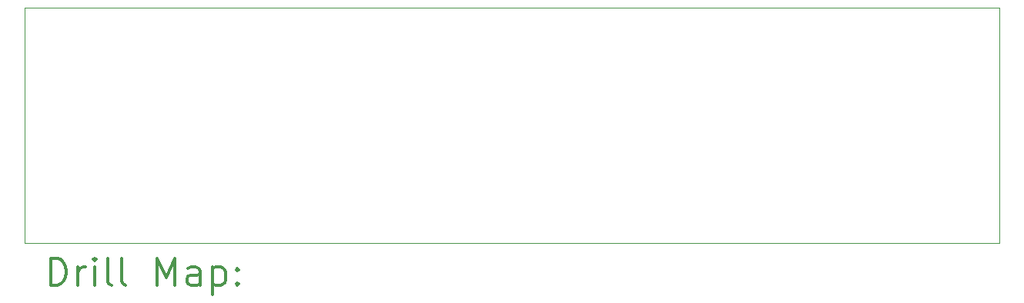
<source format=gbr>
%FSLAX45Y45*%
G04 Gerber Fmt 4.5, Leading zero omitted, Abs format (unit mm)*
G04 Created by KiCad (PCBNEW (5.1.6)-1) date 2020-11-13 23:51:01*
%MOMM*%
%LPD*%
G01*
G04 APERTURE LIST*
%TA.AperFunction,Profile*%
%ADD10C,0.050000*%
%TD*%
%ADD11C,0.200000*%
%ADD12C,0.300000*%
G04 APERTURE END LIST*
D10*
X2750820Y-4822952D02*
X2750820Y-2232152D01*
X13469620Y-4822952D02*
X2750820Y-4822952D01*
X13469620Y-4467352D02*
X13469620Y-4822952D01*
X13469620Y-2232152D02*
X13469620Y-4467352D01*
X2750820Y-2232152D02*
X13469620Y-2232152D01*
D11*
D12*
X3034748Y-5291166D02*
X3034748Y-4991166D01*
X3106177Y-4991166D01*
X3149034Y-5005452D01*
X3177606Y-5034024D01*
X3191891Y-5062595D01*
X3206177Y-5119738D01*
X3206177Y-5162595D01*
X3191891Y-5219738D01*
X3177606Y-5248309D01*
X3149034Y-5276881D01*
X3106177Y-5291166D01*
X3034748Y-5291166D01*
X3334748Y-5291166D02*
X3334748Y-5091166D01*
X3334748Y-5148309D02*
X3349034Y-5119738D01*
X3363320Y-5105452D01*
X3391891Y-5091166D01*
X3420463Y-5091166D01*
X3520463Y-5291166D02*
X3520463Y-5091166D01*
X3520463Y-4991166D02*
X3506177Y-5005452D01*
X3520463Y-5019738D01*
X3534748Y-5005452D01*
X3520463Y-4991166D01*
X3520463Y-5019738D01*
X3706177Y-5291166D02*
X3677606Y-5276881D01*
X3663320Y-5248309D01*
X3663320Y-4991166D01*
X3863320Y-5291166D02*
X3834748Y-5276881D01*
X3820463Y-5248309D01*
X3820463Y-4991166D01*
X4206177Y-5291166D02*
X4206177Y-4991166D01*
X4306177Y-5205452D01*
X4406177Y-4991166D01*
X4406177Y-5291166D01*
X4677606Y-5291166D02*
X4677606Y-5134024D01*
X4663320Y-5105452D01*
X4634748Y-5091166D01*
X4577606Y-5091166D01*
X4549034Y-5105452D01*
X4677606Y-5276881D02*
X4649034Y-5291166D01*
X4577606Y-5291166D01*
X4549034Y-5276881D01*
X4534748Y-5248309D01*
X4534748Y-5219738D01*
X4549034Y-5191166D01*
X4577606Y-5176881D01*
X4649034Y-5176881D01*
X4677606Y-5162595D01*
X4820463Y-5091166D02*
X4820463Y-5391166D01*
X4820463Y-5105452D02*
X4849034Y-5091166D01*
X4906177Y-5091166D01*
X4934748Y-5105452D01*
X4949034Y-5119738D01*
X4963320Y-5148309D01*
X4963320Y-5234024D01*
X4949034Y-5262595D01*
X4934748Y-5276881D01*
X4906177Y-5291166D01*
X4849034Y-5291166D01*
X4820463Y-5276881D01*
X5091891Y-5262595D02*
X5106177Y-5276881D01*
X5091891Y-5291166D01*
X5077606Y-5276881D01*
X5091891Y-5262595D01*
X5091891Y-5291166D01*
X5091891Y-5105452D02*
X5106177Y-5119738D01*
X5091891Y-5134024D01*
X5077606Y-5119738D01*
X5091891Y-5105452D01*
X5091891Y-5134024D01*
M02*

</source>
